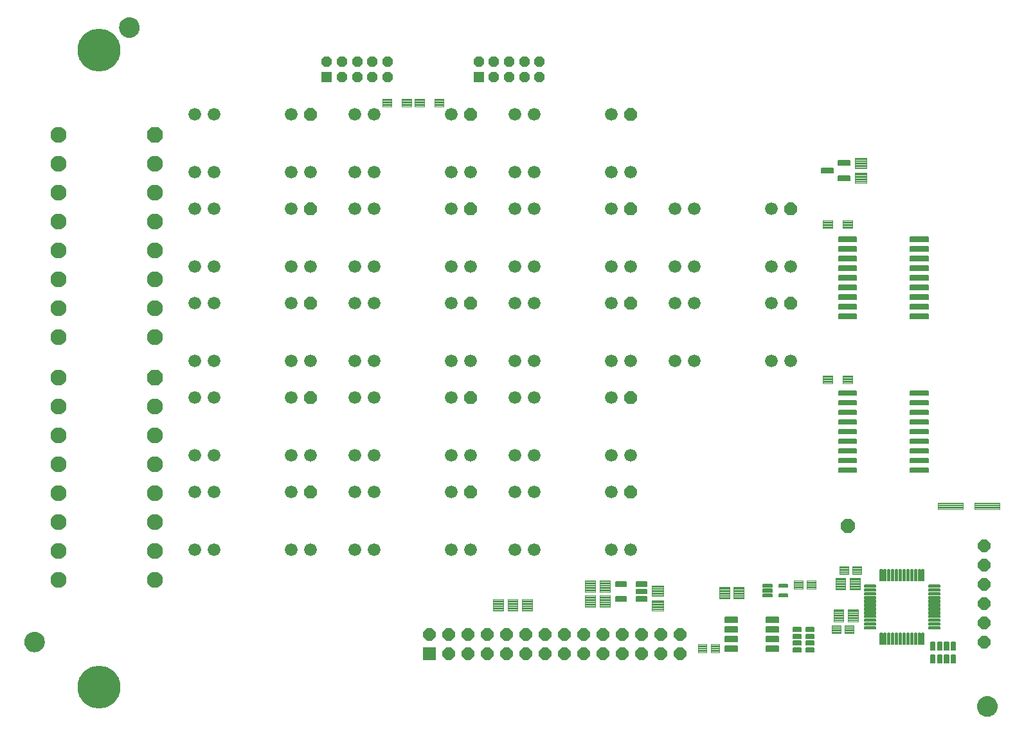
<source format=gts>
G75*
%MOIN*%
%OFA0B0*%
%FSLAX25Y25*%
%IPPOS*%
%LPD*%
%AMOC8*
5,1,8,0,0,1.08239X$1,22.5*
%
%ADD10C,0.13198*%
%ADD11OC8,0.06506*%
%ADD12R,0.06506X0.06506*%
%ADD13OC8,0.08277*%
%ADD14C,0.08277*%
%ADD15C,0.00454*%
%ADD16C,0.00504*%
%ADD17C,0.00504*%
%ADD18C,0.00457*%
%ADD19C,0.00594*%
%ADD20C,0.00514*%
%ADD21C,0.00468*%
%ADD22C,0.00580*%
%ADD23C,0.00500*%
%ADD24OC8,0.07096*%
%ADD25R,0.05324X0.05324*%
%ADD26OC8,0.05324*%
%ADD27OC8,0.06600*%
%ADD28C,0.06600*%
%ADD29C,0.22254*%
D10*
X0137995Y0050469D03*
X0137995Y0381177D03*
D11*
X0309333Y0078028D03*
X0319333Y0078028D03*
X0329333Y0078028D03*
X0339333Y0078028D03*
X0349333Y0078028D03*
X0359333Y0078028D03*
X0369333Y0078028D03*
X0379333Y0078028D03*
X0389333Y0078028D03*
X0399333Y0078028D03*
X0409333Y0078028D03*
X0419333Y0078028D03*
X0429333Y0078028D03*
X0439333Y0078028D03*
X0439333Y0068028D03*
X0429333Y0068028D03*
X0419333Y0068028D03*
X0409333Y0068028D03*
X0399333Y0068028D03*
X0389333Y0068028D03*
X0379333Y0068028D03*
X0369333Y0068028D03*
X0359333Y0068028D03*
X0349333Y0068028D03*
X0339333Y0068028D03*
X0329333Y0068028D03*
X0319333Y0068028D03*
X0596938Y0074065D03*
X0596938Y0084065D03*
X0596938Y0094065D03*
X0596938Y0104065D03*
X0596938Y0114065D03*
X0596938Y0124065D03*
D12*
X0309333Y0068028D03*
D13*
X0166932Y0211236D03*
X0166932Y0337220D03*
D14*
X0166932Y0322220D03*
X0166932Y0307220D03*
X0166932Y0292220D03*
X0166932Y0277220D03*
X0166932Y0262220D03*
X0166932Y0247220D03*
X0166932Y0232220D03*
X0166932Y0196236D03*
X0166932Y0181236D03*
X0166932Y0166236D03*
X0166932Y0151236D03*
X0166932Y0136236D03*
X0166932Y0121236D03*
X0166932Y0106236D03*
X0116932Y0106236D03*
X0116932Y0121236D03*
X0116932Y0136236D03*
X0116932Y0151236D03*
X0116932Y0166236D03*
X0116932Y0181236D03*
X0116932Y0196236D03*
X0116932Y0211236D03*
X0116932Y0232220D03*
X0116932Y0247220D03*
X0116932Y0262220D03*
X0116932Y0277220D03*
X0116932Y0292220D03*
X0116932Y0307220D03*
X0116932Y0322220D03*
X0116932Y0337220D03*
D15*
X0284885Y0356106D02*
X0289755Y0356106D01*
X0289755Y0352024D01*
X0284885Y0352024D01*
X0284885Y0356106D01*
X0284885Y0352477D02*
X0289755Y0352477D01*
X0289755Y0352930D02*
X0284885Y0352930D01*
X0284885Y0353383D02*
X0289755Y0353383D01*
X0289755Y0353836D02*
X0284885Y0353836D01*
X0284885Y0354289D02*
X0289755Y0354289D01*
X0289755Y0354742D02*
X0284885Y0354742D01*
X0284885Y0355195D02*
X0289755Y0355195D01*
X0289755Y0355648D02*
X0284885Y0355648D01*
X0284885Y0356101D02*
X0289755Y0356101D01*
X0295121Y0356106D02*
X0299991Y0356106D01*
X0299991Y0352024D01*
X0295121Y0352024D01*
X0295121Y0356106D01*
X0295121Y0352477D02*
X0299991Y0352477D01*
X0299991Y0352930D02*
X0295121Y0352930D01*
X0295121Y0353383D02*
X0299991Y0353383D01*
X0299991Y0353836D02*
X0295121Y0353836D01*
X0295121Y0354289D02*
X0299991Y0354289D01*
X0299991Y0354742D02*
X0295121Y0354742D01*
X0295121Y0355195D02*
X0299991Y0355195D01*
X0299991Y0355648D02*
X0295121Y0355648D01*
X0295121Y0356101D02*
X0299991Y0356101D01*
X0301635Y0352024D02*
X0306505Y0352024D01*
X0301635Y0352024D02*
X0301635Y0356106D01*
X0306505Y0356106D01*
X0306505Y0352024D01*
X0306505Y0352477D02*
X0301635Y0352477D01*
X0301635Y0352930D02*
X0306505Y0352930D01*
X0306505Y0353383D02*
X0301635Y0353383D01*
X0301635Y0353836D02*
X0306505Y0353836D01*
X0306505Y0354289D02*
X0301635Y0354289D01*
X0301635Y0354742D02*
X0306505Y0354742D01*
X0306505Y0355195D02*
X0301635Y0355195D01*
X0301635Y0355648D02*
X0306505Y0355648D01*
X0306505Y0356101D02*
X0301635Y0356101D01*
X0311871Y0352024D02*
X0316741Y0352024D01*
X0311871Y0352024D02*
X0311871Y0356106D01*
X0316741Y0356106D01*
X0316741Y0352024D01*
X0316741Y0352477D02*
X0311871Y0352477D01*
X0311871Y0352930D02*
X0316741Y0352930D01*
X0316741Y0353383D02*
X0311871Y0353383D01*
X0311871Y0353836D02*
X0316741Y0353836D01*
X0316741Y0354289D02*
X0311871Y0354289D01*
X0311871Y0354742D02*
X0316741Y0354742D01*
X0316741Y0355195D02*
X0311871Y0355195D01*
X0311871Y0355648D02*
X0316741Y0355648D01*
X0316741Y0356101D02*
X0311871Y0356101D01*
X0513385Y0288824D02*
X0518255Y0288824D01*
X0513385Y0288824D02*
X0513385Y0292906D01*
X0518255Y0292906D01*
X0518255Y0288824D01*
X0518255Y0289277D02*
X0513385Y0289277D01*
X0513385Y0289730D02*
X0518255Y0289730D01*
X0518255Y0290183D02*
X0513385Y0290183D01*
X0513385Y0290636D02*
X0518255Y0290636D01*
X0518255Y0291089D02*
X0513385Y0291089D01*
X0513385Y0291542D02*
X0518255Y0291542D01*
X0518255Y0291995D02*
X0513385Y0291995D01*
X0513385Y0292448D02*
X0518255Y0292448D01*
X0518255Y0292901D02*
X0513385Y0292901D01*
X0523621Y0288824D02*
X0528491Y0288824D01*
X0523621Y0288824D02*
X0523621Y0292906D01*
X0528491Y0292906D01*
X0528491Y0288824D01*
X0528491Y0289277D02*
X0523621Y0289277D01*
X0523621Y0289730D02*
X0528491Y0289730D01*
X0528491Y0290183D02*
X0523621Y0290183D01*
X0523621Y0290636D02*
X0528491Y0290636D01*
X0528491Y0291089D02*
X0523621Y0291089D01*
X0523621Y0291542D02*
X0528491Y0291542D01*
X0528491Y0291995D02*
X0523621Y0291995D01*
X0523621Y0292448D02*
X0528491Y0292448D01*
X0528491Y0292901D02*
X0523621Y0292901D01*
X0523621Y0208374D02*
X0528491Y0208374D01*
X0523621Y0208374D02*
X0523621Y0212456D01*
X0528491Y0212456D01*
X0528491Y0208374D01*
X0528491Y0208827D02*
X0523621Y0208827D01*
X0523621Y0209280D02*
X0528491Y0209280D01*
X0528491Y0209733D02*
X0523621Y0209733D01*
X0523621Y0210186D02*
X0528491Y0210186D01*
X0528491Y0210639D02*
X0523621Y0210639D01*
X0523621Y0211092D02*
X0528491Y0211092D01*
X0528491Y0211545D02*
X0523621Y0211545D01*
X0523621Y0211998D02*
X0528491Y0211998D01*
X0528491Y0212451D02*
X0523621Y0212451D01*
X0518255Y0208374D02*
X0513385Y0208374D01*
X0513385Y0212456D01*
X0518255Y0212456D01*
X0518255Y0208374D01*
X0518255Y0208827D02*
X0513385Y0208827D01*
X0513385Y0209280D02*
X0518255Y0209280D01*
X0518255Y0209733D02*
X0513385Y0209733D01*
X0513385Y0210186D02*
X0518255Y0210186D01*
X0518255Y0210639D02*
X0513385Y0210639D01*
X0513385Y0211092D02*
X0518255Y0211092D01*
X0518255Y0211545D02*
X0513385Y0211545D01*
X0513385Y0211998D02*
X0518255Y0211998D01*
X0518255Y0212451D02*
X0513385Y0212451D01*
X0522103Y0109324D02*
X0526579Y0109324D01*
X0522103Y0109324D02*
X0522103Y0113406D01*
X0526579Y0113406D01*
X0526579Y0109324D01*
X0526579Y0109777D02*
X0522103Y0109777D01*
X0522103Y0110230D02*
X0526579Y0110230D01*
X0526579Y0110683D02*
X0522103Y0110683D01*
X0522103Y0111136D02*
X0526579Y0111136D01*
X0526579Y0111589D02*
X0522103Y0111589D01*
X0522103Y0112042D02*
X0526579Y0112042D01*
X0526579Y0112495D02*
X0522103Y0112495D01*
X0522103Y0112948D02*
X0526579Y0112948D01*
X0526579Y0113401D02*
X0522103Y0113401D01*
X0528796Y0109324D02*
X0533272Y0109324D01*
X0528796Y0109324D02*
X0528796Y0113406D01*
X0533272Y0113406D01*
X0533272Y0109324D01*
X0533272Y0109777D02*
X0528796Y0109777D01*
X0528796Y0110230D02*
X0533272Y0110230D01*
X0533272Y0110683D02*
X0528796Y0110683D01*
X0528796Y0111136D02*
X0533272Y0111136D01*
X0533272Y0111589D02*
X0528796Y0111589D01*
X0528796Y0112042D02*
X0533272Y0112042D01*
X0533272Y0112495D02*
X0528796Y0112495D01*
X0528796Y0112948D02*
X0533272Y0112948D01*
X0533272Y0113401D02*
X0528796Y0113401D01*
X0509522Y0101774D02*
X0505046Y0101774D01*
X0505046Y0105856D01*
X0509522Y0105856D01*
X0509522Y0101774D01*
X0509522Y0102227D02*
X0505046Y0102227D01*
X0505046Y0102680D02*
X0509522Y0102680D01*
X0509522Y0103133D02*
X0505046Y0103133D01*
X0505046Y0103586D02*
X0509522Y0103586D01*
X0509522Y0104039D02*
X0505046Y0104039D01*
X0505046Y0104492D02*
X0509522Y0104492D01*
X0509522Y0104945D02*
X0505046Y0104945D01*
X0505046Y0105398D02*
X0509522Y0105398D01*
X0509522Y0105851D02*
X0505046Y0105851D01*
X0502829Y0101774D02*
X0498353Y0101774D01*
X0498353Y0105856D01*
X0502829Y0105856D01*
X0502829Y0101774D01*
X0502829Y0102227D02*
X0498353Y0102227D01*
X0498353Y0102680D02*
X0502829Y0102680D01*
X0502829Y0103133D02*
X0498353Y0103133D01*
X0498353Y0103586D02*
X0502829Y0103586D01*
X0502829Y0104039D02*
X0498353Y0104039D01*
X0498353Y0104492D02*
X0502829Y0104492D01*
X0502829Y0104945D02*
X0498353Y0104945D01*
X0498353Y0105398D02*
X0502829Y0105398D01*
X0502829Y0105851D02*
X0498353Y0105851D01*
X0518103Y0082606D02*
X0522579Y0082606D01*
X0522579Y0078524D01*
X0518103Y0078524D01*
X0518103Y0082606D01*
X0518103Y0078977D02*
X0522579Y0078977D01*
X0522579Y0079430D02*
X0518103Y0079430D01*
X0518103Y0079883D02*
X0522579Y0079883D01*
X0522579Y0080336D02*
X0518103Y0080336D01*
X0518103Y0080789D02*
X0522579Y0080789D01*
X0522579Y0081242D02*
X0518103Y0081242D01*
X0518103Y0081695D02*
X0522579Y0081695D01*
X0522579Y0082148D02*
X0518103Y0082148D01*
X0518103Y0082601D02*
X0522579Y0082601D01*
X0524796Y0082606D02*
X0529272Y0082606D01*
X0529272Y0078524D01*
X0524796Y0078524D01*
X0524796Y0082606D01*
X0524796Y0078977D02*
X0529272Y0078977D01*
X0529272Y0079430D02*
X0524796Y0079430D01*
X0524796Y0079883D02*
X0529272Y0079883D01*
X0529272Y0080336D02*
X0524796Y0080336D01*
X0524796Y0080789D02*
X0529272Y0080789D01*
X0529272Y0081242D02*
X0524796Y0081242D01*
X0524796Y0081695D02*
X0529272Y0081695D01*
X0529272Y0082148D02*
X0524796Y0082148D01*
X0524796Y0082601D02*
X0529272Y0082601D01*
X0459772Y0068774D02*
X0455296Y0068774D01*
X0455296Y0072856D01*
X0459772Y0072856D01*
X0459772Y0068774D01*
X0459772Y0069227D02*
X0455296Y0069227D01*
X0455296Y0069680D02*
X0459772Y0069680D01*
X0459772Y0070133D02*
X0455296Y0070133D01*
X0455296Y0070586D02*
X0459772Y0070586D01*
X0459772Y0071039D02*
X0455296Y0071039D01*
X0455296Y0071492D02*
X0459772Y0071492D01*
X0459772Y0071945D02*
X0455296Y0071945D01*
X0455296Y0072398D02*
X0459772Y0072398D01*
X0459772Y0072851D02*
X0455296Y0072851D01*
X0453079Y0068774D02*
X0448603Y0068774D01*
X0448603Y0072856D01*
X0453079Y0072856D01*
X0453079Y0068774D01*
X0453079Y0069227D02*
X0448603Y0069227D01*
X0448603Y0069680D02*
X0453079Y0069680D01*
X0453079Y0070133D02*
X0448603Y0070133D01*
X0448603Y0070586D02*
X0453079Y0070586D01*
X0453079Y0071039D02*
X0448603Y0071039D01*
X0448603Y0071492D02*
X0453079Y0071492D01*
X0453079Y0071945D02*
X0448603Y0071945D01*
X0448603Y0072398D02*
X0453079Y0072398D01*
X0453079Y0072851D02*
X0448603Y0072851D01*
D16*
X0462709Y0071814D02*
X0468907Y0071814D01*
X0468907Y0069356D01*
X0462709Y0069356D01*
X0462709Y0071814D01*
X0462709Y0069859D02*
X0468907Y0069859D01*
X0468907Y0070362D02*
X0462709Y0070362D01*
X0462709Y0070865D02*
X0468907Y0070865D01*
X0468907Y0071368D02*
X0462709Y0071368D01*
X0462709Y0076814D02*
X0468907Y0076814D01*
X0468907Y0074356D01*
X0462709Y0074356D01*
X0462709Y0076814D01*
X0462709Y0074859D02*
X0468907Y0074859D01*
X0468907Y0075362D02*
X0462709Y0075362D01*
X0462709Y0075865D02*
X0468907Y0075865D01*
X0468907Y0076368D02*
X0462709Y0076368D01*
X0462709Y0081814D02*
X0468907Y0081814D01*
X0468907Y0079356D01*
X0462709Y0079356D01*
X0462709Y0081814D01*
X0462709Y0079859D02*
X0468907Y0079859D01*
X0468907Y0080362D02*
X0462709Y0080362D01*
X0462709Y0080865D02*
X0468907Y0080865D01*
X0468907Y0081368D02*
X0462709Y0081368D01*
X0462709Y0086814D02*
X0468907Y0086814D01*
X0468907Y0084356D01*
X0462709Y0084356D01*
X0462709Y0086814D01*
X0462709Y0084859D02*
X0468907Y0084859D01*
X0468907Y0085362D02*
X0462709Y0085362D01*
X0462709Y0085865D02*
X0468907Y0085865D01*
X0468907Y0086368D02*
X0462709Y0086368D01*
X0483969Y0086814D02*
X0490167Y0086814D01*
X0490167Y0084356D01*
X0483969Y0084356D01*
X0483969Y0086814D01*
X0483969Y0084859D02*
X0490167Y0084859D01*
X0490167Y0085362D02*
X0483969Y0085362D01*
X0483969Y0085865D02*
X0490167Y0085865D01*
X0490167Y0086368D02*
X0483969Y0086368D01*
X0483969Y0081814D02*
X0490167Y0081814D01*
X0490167Y0079356D01*
X0483969Y0079356D01*
X0483969Y0081814D01*
X0483969Y0079859D02*
X0490167Y0079859D01*
X0490167Y0080362D02*
X0483969Y0080362D01*
X0483969Y0080865D02*
X0490167Y0080865D01*
X0490167Y0081368D02*
X0483969Y0081368D01*
X0483969Y0076814D02*
X0490167Y0076814D01*
X0490167Y0074356D01*
X0483969Y0074356D01*
X0483969Y0076814D01*
X0483969Y0074859D02*
X0490167Y0074859D01*
X0490167Y0075362D02*
X0483969Y0075362D01*
X0483969Y0075865D02*
X0490167Y0075865D01*
X0490167Y0076368D02*
X0483969Y0076368D01*
X0483969Y0071814D02*
X0490167Y0071814D01*
X0490167Y0069356D01*
X0483969Y0069356D01*
X0483969Y0071814D01*
X0483969Y0069859D02*
X0490167Y0069859D01*
X0490167Y0070362D02*
X0483969Y0070362D01*
X0483969Y0070865D02*
X0490167Y0070865D01*
X0490167Y0071368D02*
X0483969Y0071368D01*
D17*
X0421986Y0097763D02*
X0416690Y0097763D01*
X0421986Y0097763D02*
X0421986Y0095467D01*
X0416690Y0095467D01*
X0416690Y0097763D01*
X0416690Y0095970D02*
X0421986Y0095970D01*
X0421986Y0096473D02*
X0416690Y0096473D01*
X0416690Y0096976D02*
X0421986Y0096976D01*
X0421986Y0097479D02*
X0416690Y0097479D01*
X0416690Y0101463D02*
X0421986Y0101463D01*
X0421986Y0099167D01*
X0416690Y0099167D01*
X0416690Y0101463D01*
X0416690Y0099670D02*
X0421986Y0099670D01*
X0421986Y0100173D02*
X0416690Y0100173D01*
X0416690Y0100676D02*
X0421986Y0100676D01*
X0421986Y0101179D02*
X0416690Y0101179D01*
X0416690Y0105163D02*
X0421986Y0105163D01*
X0421986Y0102867D01*
X0416690Y0102867D01*
X0416690Y0105163D01*
X0416690Y0103370D02*
X0421986Y0103370D01*
X0421986Y0103873D02*
X0416690Y0103873D01*
X0416690Y0104376D02*
X0421986Y0104376D01*
X0421986Y0104879D02*
X0416690Y0104879D01*
X0411186Y0105163D02*
X0405890Y0105163D01*
X0411186Y0105163D02*
X0411186Y0102867D01*
X0405890Y0102867D01*
X0405890Y0105163D01*
X0405890Y0103370D02*
X0411186Y0103370D01*
X0411186Y0103873D02*
X0405890Y0103873D01*
X0405890Y0104376D02*
X0411186Y0104376D01*
X0411186Y0104879D02*
X0405890Y0104879D01*
X0405890Y0097763D02*
X0411186Y0097763D01*
X0411186Y0095467D01*
X0405890Y0095467D01*
X0405890Y0097763D01*
X0405890Y0095970D02*
X0411186Y0095970D01*
X0411186Y0096473D02*
X0405890Y0096473D01*
X0405890Y0096976D02*
X0411186Y0096976D01*
X0411186Y0097479D02*
X0405890Y0097479D01*
X0521490Y0164463D02*
X0530586Y0164463D01*
X0530586Y0162167D01*
X0521490Y0162167D01*
X0521490Y0164463D01*
X0521490Y0162670D02*
X0530586Y0162670D01*
X0530586Y0163173D02*
X0521490Y0163173D01*
X0521490Y0163676D02*
X0530586Y0163676D01*
X0530586Y0164179D02*
X0521490Y0164179D01*
X0521490Y0169463D02*
X0530586Y0169463D01*
X0530586Y0167167D01*
X0521490Y0167167D01*
X0521490Y0169463D01*
X0521490Y0167670D02*
X0530586Y0167670D01*
X0530586Y0168173D02*
X0521490Y0168173D01*
X0521490Y0168676D02*
X0530586Y0168676D01*
X0530586Y0169179D02*
X0521490Y0169179D01*
X0521490Y0174463D02*
X0530586Y0174463D01*
X0530586Y0172167D01*
X0521490Y0172167D01*
X0521490Y0174463D01*
X0521490Y0172670D02*
X0530586Y0172670D01*
X0530586Y0173173D02*
X0521490Y0173173D01*
X0521490Y0173676D02*
X0530586Y0173676D01*
X0530586Y0174179D02*
X0521490Y0174179D01*
X0521490Y0179463D02*
X0530586Y0179463D01*
X0530586Y0177167D01*
X0521490Y0177167D01*
X0521490Y0179463D01*
X0521490Y0177670D02*
X0530586Y0177670D01*
X0530586Y0178173D02*
X0521490Y0178173D01*
X0521490Y0178676D02*
X0530586Y0178676D01*
X0530586Y0179179D02*
X0521490Y0179179D01*
X0521490Y0184463D02*
X0530586Y0184463D01*
X0530586Y0182167D01*
X0521490Y0182167D01*
X0521490Y0184463D01*
X0521490Y0182670D02*
X0530586Y0182670D01*
X0530586Y0183173D02*
X0521490Y0183173D01*
X0521490Y0183676D02*
X0530586Y0183676D01*
X0530586Y0184179D02*
X0521490Y0184179D01*
X0521490Y0189463D02*
X0530586Y0189463D01*
X0530586Y0187167D01*
X0521490Y0187167D01*
X0521490Y0189463D01*
X0521490Y0187670D02*
X0530586Y0187670D01*
X0530586Y0188173D02*
X0521490Y0188173D01*
X0521490Y0188676D02*
X0530586Y0188676D01*
X0530586Y0189179D02*
X0521490Y0189179D01*
X0521490Y0194463D02*
X0530586Y0194463D01*
X0530586Y0192167D01*
X0521490Y0192167D01*
X0521490Y0194463D01*
X0521490Y0192670D02*
X0530586Y0192670D01*
X0530586Y0193173D02*
X0521490Y0193173D01*
X0521490Y0193676D02*
X0530586Y0193676D01*
X0530586Y0194179D02*
X0521490Y0194179D01*
X0521490Y0199463D02*
X0530586Y0199463D01*
X0530586Y0197167D01*
X0521490Y0197167D01*
X0521490Y0199463D01*
X0521490Y0197670D02*
X0530586Y0197670D01*
X0530586Y0198173D02*
X0521490Y0198173D01*
X0521490Y0198676D02*
X0530586Y0198676D01*
X0530586Y0199179D02*
X0521490Y0199179D01*
X0521490Y0204463D02*
X0530586Y0204463D01*
X0530586Y0202167D01*
X0521490Y0202167D01*
X0521490Y0204463D01*
X0521490Y0202670D02*
X0530586Y0202670D01*
X0530586Y0203173D02*
X0521490Y0203173D01*
X0521490Y0203676D02*
X0530586Y0203676D01*
X0530586Y0204179D02*
X0521490Y0204179D01*
X0558790Y0204463D02*
X0567886Y0204463D01*
X0567886Y0202167D01*
X0558790Y0202167D01*
X0558790Y0204463D01*
X0558790Y0202670D02*
X0567886Y0202670D01*
X0567886Y0203173D02*
X0558790Y0203173D01*
X0558790Y0203676D02*
X0567886Y0203676D01*
X0567886Y0204179D02*
X0558790Y0204179D01*
X0558790Y0199463D02*
X0567886Y0199463D01*
X0567886Y0197167D01*
X0558790Y0197167D01*
X0558790Y0199463D01*
X0558790Y0197670D02*
X0567886Y0197670D01*
X0567886Y0198173D02*
X0558790Y0198173D01*
X0558790Y0198676D02*
X0567886Y0198676D01*
X0567886Y0199179D02*
X0558790Y0199179D01*
X0558790Y0194463D02*
X0567886Y0194463D01*
X0567886Y0192167D01*
X0558790Y0192167D01*
X0558790Y0194463D01*
X0558790Y0192670D02*
X0567886Y0192670D01*
X0567886Y0193173D02*
X0558790Y0193173D01*
X0558790Y0193676D02*
X0567886Y0193676D01*
X0567886Y0194179D02*
X0558790Y0194179D01*
X0558790Y0189463D02*
X0567886Y0189463D01*
X0567886Y0187167D01*
X0558790Y0187167D01*
X0558790Y0189463D01*
X0558790Y0187670D02*
X0567886Y0187670D01*
X0567886Y0188173D02*
X0558790Y0188173D01*
X0558790Y0188676D02*
X0567886Y0188676D01*
X0567886Y0189179D02*
X0558790Y0189179D01*
X0558790Y0184463D02*
X0567886Y0184463D01*
X0567886Y0182167D01*
X0558790Y0182167D01*
X0558790Y0184463D01*
X0558790Y0182670D02*
X0567886Y0182670D01*
X0567886Y0183173D02*
X0558790Y0183173D01*
X0558790Y0183676D02*
X0567886Y0183676D01*
X0567886Y0184179D02*
X0558790Y0184179D01*
X0558790Y0179463D02*
X0567886Y0179463D01*
X0567886Y0177167D01*
X0558790Y0177167D01*
X0558790Y0179463D01*
X0558790Y0177670D02*
X0567886Y0177670D01*
X0567886Y0178173D02*
X0558790Y0178173D01*
X0558790Y0178676D02*
X0567886Y0178676D01*
X0567886Y0179179D02*
X0558790Y0179179D01*
X0558790Y0174463D02*
X0567886Y0174463D01*
X0567886Y0172167D01*
X0558790Y0172167D01*
X0558790Y0174463D01*
X0558790Y0172670D02*
X0567886Y0172670D01*
X0567886Y0173173D02*
X0558790Y0173173D01*
X0558790Y0173676D02*
X0567886Y0173676D01*
X0567886Y0174179D02*
X0558790Y0174179D01*
X0558790Y0169463D02*
X0567886Y0169463D01*
X0567886Y0167167D01*
X0558790Y0167167D01*
X0558790Y0169463D01*
X0558790Y0167670D02*
X0567886Y0167670D01*
X0567886Y0168173D02*
X0558790Y0168173D01*
X0558790Y0168676D02*
X0567886Y0168676D01*
X0567886Y0169179D02*
X0558790Y0169179D01*
X0558790Y0164463D02*
X0567886Y0164463D01*
X0567886Y0162167D01*
X0558790Y0162167D01*
X0558790Y0164463D01*
X0558790Y0162670D02*
X0567886Y0162670D01*
X0567886Y0163173D02*
X0558790Y0163173D01*
X0558790Y0163676D02*
X0567886Y0163676D01*
X0567886Y0164179D02*
X0558790Y0164179D01*
X0558790Y0244213D02*
X0567886Y0244213D01*
X0567886Y0241917D01*
X0558790Y0241917D01*
X0558790Y0244213D01*
X0558790Y0242420D02*
X0567886Y0242420D01*
X0567886Y0242923D02*
X0558790Y0242923D01*
X0558790Y0243426D02*
X0567886Y0243426D01*
X0567886Y0243929D02*
X0558790Y0243929D01*
X0558790Y0249213D02*
X0567886Y0249213D01*
X0567886Y0246917D01*
X0558790Y0246917D01*
X0558790Y0249213D01*
X0558790Y0247420D02*
X0567886Y0247420D01*
X0567886Y0247923D02*
X0558790Y0247923D01*
X0558790Y0248426D02*
X0567886Y0248426D01*
X0567886Y0248929D02*
X0558790Y0248929D01*
X0558790Y0254213D02*
X0567886Y0254213D01*
X0567886Y0251917D01*
X0558790Y0251917D01*
X0558790Y0254213D01*
X0558790Y0252420D02*
X0567886Y0252420D01*
X0567886Y0252923D02*
X0558790Y0252923D01*
X0558790Y0253426D02*
X0567886Y0253426D01*
X0567886Y0253929D02*
X0558790Y0253929D01*
X0558790Y0259213D02*
X0567886Y0259213D01*
X0567886Y0256917D01*
X0558790Y0256917D01*
X0558790Y0259213D01*
X0558790Y0257420D02*
X0567886Y0257420D01*
X0567886Y0257923D02*
X0558790Y0257923D01*
X0558790Y0258426D02*
X0567886Y0258426D01*
X0567886Y0258929D02*
X0558790Y0258929D01*
X0558790Y0264213D02*
X0567886Y0264213D01*
X0567886Y0261917D01*
X0558790Y0261917D01*
X0558790Y0264213D01*
X0558790Y0262420D02*
X0567886Y0262420D01*
X0567886Y0262923D02*
X0558790Y0262923D01*
X0558790Y0263426D02*
X0567886Y0263426D01*
X0567886Y0263929D02*
X0558790Y0263929D01*
X0558790Y0269213D02*
X0567886Y0269213D01*
X0567886Y0266917D01*
X0558790Y0266917D01*
X0558790Y0269213D01*
X0558790Y0267420D02*
X0567886Y0267420D01*
X0567886Y0267923D02*
X0558790Y0267923D01*
X0558790Y0268426D02*
X0567886Y0268426D01*
X0567886Y0268929D02*
X0558790Y0268929D01*
X0558790Y0274213D02*
X0567886Y0274213D01*
X0567886Y0271917D01*
X0558790Y0271917D01*
X0558790Y0274213D01*
X0558790Y0272420D02*
X0567886Y0272420D01*
X0567886Y0272923D02*
X0558790Y0272923D01*
X0558790Y0273426D02*
X0567886Y0273426D01*
X0567886Y0273929D02*
X0558790Y0273929D01*
X0558790Y0279213D02*
X0567886Y0279213D01*
X0567886Y0276917D01*
X0558790Y0276917D01*
X0558790Y0279213D01*
X0558790Y0277420D02*
X0567886Y0277420D01*
X0567886Y0277923D02*
X0558790Y0277923D01*
X0558790Y0278426D02*
X0567886Y0278426D01*
X0567886Y0278929D02*
X0558790Y0278929D01*
X0558790Y0284213D02*
X0567886Y0284213D01*
X0567886Y0281917D01*
X0558790Y0281917D01*
X0558790Y0284213D01*
X0558790Y0282420D02*
X0567886Y0282420D01*
X0567886Y0282923D02*
X0558790Y0282923D01*
X0558790Y0283426D02*
X0567886Y0283426D01*
X0567886Y0283929D02*
X0558790Y0283929D01*
X0530586Y0284213D02*
X0521490Y0284213D01*
X0530586Y0284213D02*
X0530586Y0281917D01*
X0521490Y0281917D01*
X0521490Y0284213D01*
X0521490Y0282420D02*
X0530586Y0282420D01*
X0530586Y0282923D02*
X0521490Y0282923D01*
X0521490Y0283426D02*
X0530586Y0283426D01*
X0530586Y0283929D02*
X0521490Y0283929D01*
X0521490Y0279213D02*
X0530586Y0279213D01*
X0530586Y0276917D01*
X0521490Y0276917D01*
X0521490Y0279213D01*
X0521490Y0277420D02*
X0530586Y0277420D01*
X0530586Y0277923D02*
X0521490Y0277923D01*
X0521490Y0278426D02*
X0530586Y0278426D01*
X0530586Y0278929D02*
X0521490Y0278929D01*
X0521490Y0274213D02*
X0530586Y0274213D01*
X0530586Y0271917D01*
X0521490Y0271917D01*
X0521490Y0274213D01*
X0521490Y0272420D02*
X0530586Y0272420D01*
X0530586Y0272923D02*
X0521490Y0272923D01*
X0521490Y0273426D02*
X0530586Y0273426D01*
X0530586Y0273929D02*
X0521490Y0273929D01*
X0521490Y0269213D02*
X0530586Y0269213D01*
X0530586Y0266917D01*
X0521490Y0266917D01*
X0521490Y0269213D01*
X0521490Y0267420D02*
X0530586Y0267420D01*
X0530586Y0267923D02*
X0521490Y0267923D01*
X0521490Y0268426D02*
X0530586Y0268426D01*
X0530586Y0268929D02*
X0521490Y0268929D01*
X0521490Y0264213D02*
X0530586Y0264213D01*
X0530586Y0261917D01*
X0521490Y0261917D01*
X0521490Y0264213D01*
X0521490Y0262420D02*
X0530586Y0262420D01*
X0530586Y0262923D02*
X0521490Y0262923D01*
X0521490Y0263426D02*
X0530586Y0263426D01*
X0530586Y0263929D02*
X0521490Y0263929D01*
X0521490Y0259213D02*
X0530586Y0259213D01*
X0530586Y0256917D01*
X0521490Y0256917D01*
X0521490Y0259213D01*
X0521490Y0257420D02*
X0530586Y0257420D01*
X0530586Y0257923D02*
X0521490Y0257923D01*
X0521490Y0258426D02*
X0530586Y0258426D01*
X0530586Y0258929D02*
X0521490Y0258929D01*
X0521490Y0254213D02*
X0530586Y0254213D01*
X0530586Y0251917D01*
X0521490Y0251917D01*
X0521490Y0254213D01*
X0521490Y0252420D02*
X0530586Y0252420D01*
X0530586Y0252923D02*
X0521490Y0252923D01*
X0521490Y0253426D02*
X0530586Y0253426D01*
X0530586Y0253929D02*
X0521490Y0253929D01*
X0521490Y0249213D02*
X0530586Y0249213D01*
X0530586Y0246917D01*
X0521490Y0246917D01*
X0521490Y0249213D01*
X0521490Y0247420D02*
X0530586Y0247420D01*
X0530586Y0247923D02*
X0521490Y0247923D01*
X0521490Y0248426D02*
X0530586Y0248426D01*
X0530586Y0248929D02*
X0521490Y0248929D01*
X0521490Y0244213D02*
X0530586Y0244213D01*
X0530586Y0241917D01*
X0521490Y0241917D01*
X0521490Y0244213D01*
X0521490Y0242420D02*
X0530586Y0242420D01*
X0530586Y0242923D02*
X0521490Y0242923D01*
X0521490Y0243426D02*
X0530586Y0243426D01*
X0530586Y0243929D02*
X0521490Y0243929D01*
X0521140Y0315963D02*
X0527236Y0315963D01*
X0527236Y0313667D01*
X0521140Y0313667D01*
X0521140Y0315963D01*
X0521140Y0314170D02*
X0527236Y0314170D01*
X0527236Y0314673D02*
X0521140Y0314673D01*
X0521140Y0315176D02*
X0527236Y0315176D01*
X0527236Y0315679D02*
X0521140Y0315679D01*
X0518736Y0319963D02*
X0512640Y0319963D01*
X0518736Y0319963D02*
X0518736Y0317667D01*
X0512640Y0317667D01*
X0512640Y0319963D01*
X0512640Y0318170D02*
X0518736Y0318170D01*
X0518736Y0318673D02*
X0512640Y0318673D01*
X0512640Y0319176D02*
X0518736Y0319176D01*
X0518736Y0319679D02*
X0512640Y0319679D01*
X0521140Y0323963D02*
X0527236Y0323963D01*
X0527236Y0321667D01*
X0521140Y0321667D01*
X0521140Y0323963D01*
X0521140Y0322170D02*
X0527236Y0322170D01*
X0527236Y0322673D02*
X0521140Y0322673D01*
X0521140Y0323176D02*
X0527236Y0323176D01*
X0527236Y0323679D02*
X0521140Y0323679D01*
D18*
X0535963Y0325186D02*
X0535963Y0319924D01*
X0529913Y0319924D01*
X0529913Y0325186D01*
X0535963Y0325186D01*
X0535963Y0320380D02*
X0529913Y0320380D01*
X0529913Y0320836D02*
X0535963Y0320836D01*
X0535963Y0321292D02*
X0529913Y0321292D01*
X0529913Y0321748D02*
X0535963Y0321748D01*
X0535963Y0322204D02*
X0529913Y0322204D01*
X0529913Y0322660D02*
X0535963Y0322660D01*
X0535963Y0323116D02*
X0529913Y0323116D01*
X0529913Y0323572D02*
X0535963Y0323572D01*
X0535963Y0324028D02*
X0529913Y0324028D01*
X0529913Y0324484D02*
X0535963Y0324484D01*
X0535963Y0324940D02*
X0529913Y0324940D01*
X0535963Y0317706D02*
X0535963Y0312444D01*
X0529913Y0312444D01*
X0529913Y0317706D01*
X0535963Y0317706D01*
X0535963Y0312900D02*
X0529913Y0312900D01*
X0529913Y0313356D02*
X0535963Y0313356D01*
X0535963Y0313812D02*
X0529913Y0313812D01*
X0529913Y0314268D02*
X0535963Y0314268D01*
X0535963Y0314724D02*
X0529913Y0314724D01*
X0529913Y0315180D02*
X0535963Y0315180D01*
X0535963Y0315636D02*
X0529913Y0315636D01*
X0529913Y0316092D02*
X0535963Y0316092D01*
X0535963Y0316548D02*
X0529913Y0316548D01*
X0529913Y0317004D02*
X0535963Y0317004D01*
X0535963Y0317460D02*
X0529913Y0317460D01*
X0527297Y0107190D02*
X0532559Y0107190D01*
X0532559Y0101140D01*
X0527297Y0101140D01*
X0527297Y0107190D01*
X0527297Y0101596D02*
X0532559Y0101596D01*
X0532559Y0102052D02*
X0527297Y0102052D01*
X0527297Y0102508D02*
X0532559Y0102508D01*
X0532559Y0102964D02*
X0527297Y0102964D01*
X0527297Y0103420D02*
X0532559Y0103420D01*
X0532559Y0103876D02*
X0527297Y0103876D01*
X0527297Y0104332D02*
X0532559Y0104332D01*
X0532559Y0104788D02*
X0527297Y0104788D01*
X0527297Y0105244D02*
X0532559Y0105244D01*
X0532559Y0105700D02*
X0527297Y0105700D01*
X0527297Y0106156D02*
X0532559Y0106156D01*
X0532559Y0106612D02*
X0527297Y0106612D01*
X0527297Y0107068D02*
X0532559Y0107068D01*
X0525079Y0107190D02*
X0519817Y0107190D01*
X0525079Y0107190D02*
X0525079Y0101140D01*
X0519817Y0101140D01*
X0519817Y0107190D01*
X0519817Y0101596D02*
X0525079Y0101596D01*
X0525079Y0102052D02*
X0519817Y0102052D01*
X0519817Y0102508D02*
X0525079Y0102508D01*
X0525079Y0102964D02*
X0519817Y0102964D01*
X0519817Y0103420D02*
X0525079Y0103420D01*
X0525079Y0103876D02*
X0519817Y0103876D01*
X0519817Y0104332D02*
X0525079Y0104332D01*
X0525079Y0104788D02*
X0519817Y0104788D01*
X0519817Y0105244D02*
X0525079Y0105244D01*
X0525079Y0105700D02*
X0519817Y0105700D01*
X0519817Y0106156D02*
X0525079Y0106156D01*
X0525079Y0106612D02*
X0519817Y0106612D01*
X0519817Y0107068D02*
X0525079Y0107068D01*
X0524079Y0084790D02*
X0518817Y0084790D01*
X0518817Y0090840D01*
X0524079Y0090840D01*
X0524079Y0084790D01*
X0524079Y0085246D02*
X0518817Y0085246D01*
X0518817Y0085702D02*
X0524079Y0085702D01*
X0524079Y0086158D02*
X0518817Y0086158D01*
X0518817Y0086614D02*
X0524079Y0086614D01*
X0524079Y0087070D02*
X0518817Y0087070D01*
X0518817Y0087526D02*
X0524079Y0087526D01*
X0524079Y0087982D02*
X0518817Y0087982D01*
X0518817Y0088438D02*
X0524079Y0088438D01*
X0524079Y0088894D02*
X0518817Y0088894D01*
X0518817Y0089350D02*
X0524079Y0089350D01*
X0524079Y0089806D02*
X0518817Y0089806D01*
X0518817Y0090262D02*
X0524079Y0090262D01*
X0524079Y0090718D02*
X0518817Y0090718D01*
X0526297Y0084790D02*
X0531559Y0084790D01*
X0526297Y0084790D02*
X0526297Y0090840D01*
X0531559Y0090840D01*
X0531559Y0084790D01*
X0531559Y0085246D02*
X0526297Y0085246D01*
X0526297Y0085702D02*
X0531559Y0085702D01*
X0531559Y0086158D02*
X0526297Y0086158D01*
X0526297Y0086614D02*
X0531559Y0086614D01*
X0531559Y0087070D02*
X0526297Y0087070D01*
X0526297Y0087526D02*
X0531559Y0087526D01*
X0531559Y0087982D02*
X0526297Y0087982D01*
X0526297Y0088438D02*
X0531559Y0088438D01*
X0531559Y0088894D02*
X0526297Y0088894D01*
X0526297Y0089350D02*
X0531559Y0089350D01*
X0531559Y0089806D02*
X0526297Y0089806D01*
X0526297Y0090262D02*
X0531559Y0090262D01*
X0531559Y0090718D02*
X0526297Y0090718D01*
X0472309Y0096540D02*
X0467047Y0096540D01*
X0467047Y0102590D01*
X0472309Y0102590D01*
X0472309Y0096540D01*
X0472309Y0096996D02*
X0467047Y0096996D01*
X0467047Y0097452D02*
X0472309Y0097452D01*
X0472309Y0097908D02*
X0467047Y0097908D01*
X0467047Y0098364D02*
X0472309Y0098364D01*
X0472309Y0098820D02*
X0467047Y0098820D01*
X0467047Y0099276D02*
X0472309Y0099276D01*
X0472309Y0099732D02*
X0467047Y0099732D01*
X0467047Y0100188D02*
X0472309Y0100188D01*
X0472309Y0100644D02*
X0467047Y0100644D01*
X0467047Y0101100D02*
X0472309Y0101100D01*
X0472309Y0101556D02*
X0467047Y0101556D01*
X0467047Y0102012D02*
X0472309Y0102012D01*
X0472309Y0102468D02*
X0467047Y0102468D01*
X0464829Y0096540D02*
X0459567Y0096540D01*
X0459567Y0102590D01*
X0464829Y0102590D01*
X0464829Y0096540D01*
X0464829Y0096996D02*
X0459567Y0096996D01*
X0459567Y0097452D02*
X0464829Y0097452D01*
X0464829Y0097908D02*
X0459567Y0097908D01*
X0459567Y0098364D02*
X0464829Y0098364D01*
X0464829Y0098820D02*
X0459567Y0098820D01*
X0459567Y0099276D02*
X0464829Y0099276D01*
X0464829Y0099732D02*
X0459567Y0099732D01*
X0459567Y0100188D02*
X0464829Y0100188D01*
X0464829Y0100644D02*
X0459567Y0100644D01*
X0459567Y0101100D02*
X0464829Y0101100D01*
X0464829Y0101556D02*
X0459567Y0101556D01*
X0459567Y0102012D02*
X0464829Y0102012D01*
X0464829Y0102468D02*
X0459567Y0102468D01*
X0424663Y0103186D02*
X0424663Y0097924D01*
X0424663Y0103186D02*
X0430713Y0103186D01*
X0430713Y0097924D01*
X0424663Y0097924D01*
X0424663Y0098380D02*
X0430713Y0098380D01*
X0430713Y0098836D02*
X0424663Y0098836D01*
X0424663Y0099292D02*
X0430713Y0099292D01*
X0430713Y0099748D02*
X0424663Y0099748D01*
X0424663Y0100204D02*
X0430713Y0100204D01*
X0430713Y0100660D02*
X0424663Y0100660D01*
X0424663Y0101116D02*
X0430713Y0101116D01*
X0430713Y0101572D02*
X0424663Y0101572D01*
X0424663Y0102028D02*
X0430713Y0102028D01*
X0430713Y0102484D02*
X0424663Y0102484D01*
X0424663Y0102940D02*
X0430713Y0102940D01*
X0424663Y0095706D02*
X0424663Y0090444D01*
X0424663Y0095706D02*
X0430713Y0095706D01*
X0430713Y0090444D01*
X0424663Y0090444D01*
X0424663Y0090900D02*
X0430713Y0090900D01*
X0430713Y0091356D02*
X0424663Y0091356D01*
X0424663Y0091812D02*
X0430713Y0091812D01*
X0430713Y0092268D02*
X0424663Y0092268D01*
X0424663Y0092724D02*
X0430713Y0092724D01*
X0430713Y0093180D02*
X0424663Y0093180D01*
X0424663Y0093636D02*
X0430713Y0093636D01*
X0430713Y0094092D02*
X0424663Y0094092D01*
X0424663Y0094548D02*
X0430713Y0094548D01*
X0430713Y0095004D02*
X0424663Y0095004D01*
X0424663Y0095460D02*
X0430713Y0095460D01*
X0402809Y0098340D02*
X0397547Y0098340D01*
X0402809Y0098340D02*
X0402809Y0092290D01*
X0397547Y0092290D01*
X0397547Y0098340D01*
X0397547Y0092746D02*
X0402809Y0092746D01*
X0402809Y0093202D02*
X0397547Y0093202D01*
X0397547Y0093658D02*
X0402809Y0093658D01*
X0402809Y0094114D02*
X0397547Y0094114D01*
X0397547Y0094570D02*
X0402809Y0094570D01*
X0402809Y0095026D02*
X0397547Y0095026D01*
X0397547Y0095482D02*
X0402809Y0095482D01*
X0402809Y0095938D02*
X0397547Y0095938D01*
X0397547Y0096394D02*
X0402809Y0096394D01*
X0402809Y0096850D02*
X0397547Y0096850D01*
X0397547Y0097306D02*
X0402809Y0097306D01*
X0402809Y0097762D02*
X0397547Y0097762D01*
X0397547Y0098218D02*
X0402809Y0098218D01*
X0402809Y0100040D02*
X0397547Y0100040D01*
X0397547Y0106090D01*
X0402809Y0106090D01*
X0402809Y0100040D01*
X0402809Y0100496D02*
X0397547Y0100496D01*
X0397547Y0100952D02*
X0402809Y0100952D01*
X0402809Y0101408D02*
X0397547Y0101408D01*
X0397547Y0101864D02*
X0402809Y0101864D01*
X0402809Y0102320D02*
X0397547Y0102320D01*
X0397547Y0102776D02*
X0402809Y0102776D01*
X0402809Y0103232D02*
X0397547Y0103232D01*
X0397547Y0103688D02*
X0402809Y0103688D01*
X0402809Y0104144D02*
X0397547Y0104144D01*
X0397547Y0104600D02*
X0402809Y0104600D01*
X0402809Y0105056D02*
X0397547Y0105056D01*
X0397547Y0105512D02*
X0402809Y0105512D01*
X0402809Y0105968D02*
X0397547Y0105968D01*
X0395329Y0100040D02*
X0390067Y0100040D01*
X0390067Y0106090D01*
X0395329Y0106090D01*
X0395329Y0100040D01*
X0395329Y0100496D02*
X0390067Y0100496D01*
X0390067Y0100952D02*
X0395329Y0100952D01*
X0395329Y0101408D02*
X0390067Y0101408D01*
X0390067Y0101864D02*
X0395329Y0101864D01*
X0395329Y0102320D02*
X0390067Y0102320D01*
X0390067Y0102776D02*
X0395329Y0102776D01*
X0395329Y0103232D02*
X0390067Y0103232D01*
X0390067Y0103688D02*
X0395329Y0103688D01*
X0395329Y0104144D02*
X0390067Y0104144D01*
X0390067Y0104600D02*
X0395329Y0104600D01*
X0395329Y0105056D02*
X0390067Y0105056D01*
X0390067Y0105512D02*
X0395329Y0105512D01*
X0395329Y0105968D02*
X0390067Y0105968D01*
X0390067Y0098340D02*
X0395329Y0098340D01*
X0395329Y0092290D01*
X0390067Y0092290D01*
X0390067Y0098340D01*
X0390067Y0092746D02*
X0395329Y0092746D01*
X0395329Y0093202D02*
X0390067Y0093202D01*
X0390067Y0093658D02*
X0395329Y0093658D01*
X0395329Y0094114D02*
X0390067Y0094114D01*
X0390067Y0094570D02*
X0395329Y0094570D01*
X0395329Y0095026D02*
X0390067Y0095026D01*
X0390067Y0095482D02*
X0395329Y0095482D01*
X0395329Y0095938D02*
X0390067Y0095938D01*
X0390067Y0096394D02*
X0395329Y0096394D01*
X0395329Y0096850D02*
X0390067Y0096850D01*
X0390067Y0097306D02*
X0395329Y0097306D01*
X0395329Y0097762D02*
X0390067Y0097762D01*
X0390067Y0098218D02*
X0395329Y0098218D01*
X0362549Y0096340D02*
X0357287Y0096340D01*
X0362549Y0096340D02*
X0362549Y0090290D01*
X0357287Y0090290D01*
X0357287Y0096340D01*
X0357287Y0090746D02*
X0362549Y0090746D01*
X0362549Y0091202D02*
X0357287Y0091202D01*
X0357287Y0091658D02*
X0362549Y0091658D01*
X0362549Y0092114D02*
X0357287Y0092114D01*
X0357287Y0092570D02*
X0362549Y0092570D01*
X0362549Y0093026D02*
X0357287Y0093026D01*
X0357287Y0093482D02*
X0362549Y0093482D01*
X0362549Y0093938D02*
X0357287Y0093938D01*
X0357287Y0094394D02*
X0362549Y0094394D01*
X0362549Y0094850D02*
X0357287Y0094850D01*
X0357287Y0095306D02*
X0362549Y0095306D01*
X0362549Y0095762D02*
X0357287Y0095762D01*
X0357287Y0096218D02*
X0362549Y0096218D01*
X0355069Y0096340D02*
X0349807Y0096340D01*
X0355069Y0096340D02*
X0355069Y0090290D01*
X0349807Y0090290D01*
X0349807Y0096340D01*
X0349807Y0090746D02*
X0355069Y0090746D01*
X0355069Y0091202D02*
X0349807Y0091202D01*
X0349807Y0091658D02*
X0355069Y0091658D01*
X0355069Y0092114D02*
X0349807Y0092114D01*
X0349807Y0092570D02*
X0355069Y0092570D01*
X0355069Y0093026D02*
X0349807Y0093026D01*
X0349807Y0093482D02*
X0355069Y0093482D01*
X0355069Y0093938D02*
X0349807Y0093938D01*
X0349807Y0094394D02*
X0355069Y0094394D01*
X0355069Y0094850D02*
X0349807Y0094850D01*
X0349807Y0095306D02*
X0355069Y0095306D01*
X0355069Y0095762D02*
X0349807Y0095762D01*
X0349807Y0096218D02*
X0355069Y0096218D01*
X0347588Y0096340D02*
X0342326Y0096340D01*
X0347588Y0096340D02*
X0347588Y0090290D01*
X0342326Y0090290D01*
X0342326Y0096340D01*
X0342326Y0090746D02*
X0347588Y0090746D01*
X0347588Y0091202D02*
X0342326Y0091202D01*
X0342326Y0091658D02*
X0347588Y0091658D01*
X0347588Y0092114D02*
X0342326Y0092114D01*
X0342326Y0092570D02*
X0347588Y0092570D01*
X0347588Y0093026D02*
X0342326Y0093026D01*
X0342326Y0093482D02*
X0347588Y0093482D01*
X0347588Y0093938D02*
X0342326Y0093938D01*
X0342326Y0094394D02*
X0347588Y0094394D01*
X0347588Y0094850D02*
X0342326Y0094850D01*
X0342326Y0095306D02*
X0347588Y0095306D01*
X0347588Y0095762D02*
X0342326Y0095762D01*
X0342326Y0096218D02*
X0347588Y0096218D01*
D19*
X0534960Y0095843D02*
X0534960Y0094787D01*
X0534960Y0095843D02*
X0540716Y0095843D01*
X0540716Y0094787D01*
X0534960Y0094787D01*
X0534960Y0095380D02*
X0540716Y0095380D01*
X0534960Y0096687D02*
X0534960Y0097743D01*
X0540716Y0097743D01*
X0540716Y0096687D01*
X0534960Y0096687D01*
X0534960Y0097280D02*
X0540716Y0097280D01*
X0534960Y0098687D02*
X0534960Y0099743D01*
X0540716Y0099743D01*
X0540716Y0098687D01*
X0534960Y0098687D01*
X0534960Y0099280D02*
X0540716Y0099280D01*
X0534960Y0100687D02*
X0534960Y0101743D01*
X0540716Y0101743D01*
X0540716Y0100687D01*
X0534960Y0100687D01*
X0534960Y0101280D02*
X0540716Y0101280D01*
X0534960Y0102587D02*
X0534960Y0103643D01*
X0540716Y0103643D01*
X0540716Y0102587D01*
X0534960Y0102587D01*
X0534960Y0103180D02*
X0540716Y0103180D01*
X0543110Y0111793D02*
X0544166Y0111793D01*
X0544166Y0106037D01*
X0543110Y0106037D01*
X0543110Y0111793D01*
X0543110Y0106630D02*
X0544166Y0106630D01*
X0544166Y0107223D02*
X0543110Y0107223D01*
X0543110Y0107816D02*
X0544166Y0107816D01*
X0544166Y0108409D02*
X0543110Y0108409D01*
X0543110Y0109002D02*
X0544166Y0109002D01*
X0544166Y0109595D02*
X0543110Y0109595D01*
X0543110Y0110188D02*
X0544166Y0110188D01*
X0544166Y0110781D02*
X0543110Y0110781D01*
X0543110Y0111374D02*
X0544166Y0111374D01*
X0545010Y0111793D02*
X0546066Y0111793D01*
X0546066Y0106037D01*
X0545010Y0106037D01*
X0545010Y0111793D01*
X0545010Y0106630D02*
X0546066Y0106630D01*
X0546066Y0107223D02*
X0545010Y0107223D01*
X0545010Y0107816D02*
X0546066Y0107816D01*
X0546066Y0108409D02*
X0545010Y0108409D01*
X0545010Y0109002D02*
X0546066Y0109002D01*
X0546066Y0109595D02*
X0545010Y0109595D01*
X0545010Y0110188D02*
X0546066Y0110188D01*
X0546066Y0110781D02*
X0545010Y0110781D01*
X0545010Y0111374D02*
X0546066Y0111374D01*
X0547010Y0111793D02*
X0548066Y0111793D01*
X0548066Y0106037D01*
X0547010Y0106037D01*
X0547010Y0111793D01*
X0547010Y0106630D02*
X0548066Y0106630D01*
X0548066Y0107223D02*
X0547010Y0107223D01*
X0547010Y0107816D02*
X0548066Y0107816D01*
X0548066Y0108409D02*
X0547010Y0108409D01*
X0547010Y0109002D02*
X0548066Y0109002D01*
X0548066Y0109595D02*
X0547010Y0109595D01*
X0547010Y0110188D02*
X0548066Y0110188D01*
X0548066Y0110781D02*
X0547010Y0110781D01*
X0547010Y0111374D02*
X0548066Y0111374D01*
X0549010Y0111793D02*
X0550066Y0111793D01*
X0550066Y0106037D01*
X0549010Y0106037D01*
X0549010Y0111793D01*
X0549010Y0106630D02*
X0550066Y0106630D01*
X0550066Y0107223D02*
X0549010Y0107223D01*
X0549010Y0107816D02*
X0550066Y0107816D01*
X0550066Y0108409D02*
X0549010Y0108409D01*
X0549010Y0109002D02*
X0550066Y0109002D01*
X0550066Y0109595D02*
X0549010Y0109595D01*
X0549010Y0110188D02*
X0550066Y0110188D01*
X0550066Y0110781D02*
X0549010Y0110781D01*
X0549010Y0111374D02*
X0550066Y0111374D01*
X0550910Y0111793D02*
X0551966Y0111793D01*
X0551966Y0106037D01*
X0550910Y0106037D01*
X0550910Y0111793D01*
X0550910Y0106630D02*
X0551966Y0106630D01*
X0551966Y0107223D02*
X0550910Y0107223D01*
X0550910Y0107816D02*
X0551966Y0107816D01*
X0551966Y0108409D02*
X0550910Y0108409D01*
X0550910Y0109002D02*
X0551966Y0109002D01*
X0551966Y0109595D02*
X0550910Y0109595D01*
X0550910Y0110188D02*
X0551966Y0110188D01*
X0551966Y0110781D02*
X0550910Y0110781D01*
X0550910Y0111374D02*
X0551966Y0111374D01*
X0552910Y0111793D02*
X0553966Y0111793D01*
X0553966Y0106037D01*
X0552910Y0106037D01*
X0552910Y0111793D01*
X0552910Y0106630D02*
X0553966Y0106630D01*
X0553966Y0107223D02*
X0552910Y0107223D01*
X0552910Y0107816D02*
X0553966Y0107816D01*
X0553966Y0108409D02*
X0552910Y0108409D01*
X0552910Y0109002D02*
X0553966Y0109002D01*
X0553966Y0109595D02*
X0552910Y0109595D01*
X0552910Y0110188D02*
X0553966Y0110188D01*
X0553966Y0110781D02*
X0552910Y0110781D01*
X0552910Y0111374D02*
X0553966Y0111374D01*
X0554910Y0111793D02*
X0555966Y0111793D01*
X0555966Y0106037D01*
X0554910Y0106037D01*
X0554910Y0111793D01*
X0554910Y0106630D02*
X0555966Y0106630D01*
X0555966Y0107223D02*
X0554910Y0107223D01*
X0554910Y0107816D02*
X0555966Y0107816D01*
X0555966Y0108409D02*
X0554910Y0108409D01*
X0554910Y0109002D02*
X0555966Y0109002D01*
X0555966Y0109595D02*
X0554910Y0109595D01*
X0554910Y0110188D02*
X0555966Y0110188D01*
X0555966Y0110781D02*
X0554910Y0110781D01*
X0554910Y0111374D02*
X0555966Y0111374D01*
X0556910Y0111793D02*
X0557966Y0111793D01*
X0557966Y0106037D01*
X0556910Y0106037D01*
X0556910Y0111793D01*
X0556910Y0106630D02*
X0557966Y0106630D01*
X0557966Y0107223D02*
X0556910Y0107223D01*
X0556910Y0107816D02*
X0557966Y0107816D01*
X0557966Y0108409D02*
X0556910Y0108409D01*
X0556910Y0109002D02*
X0557966Y0109002D01*
X0557966Y0109595D02*
X0556910Y0109595D01*
X0556910Y0110188D02*
X0557966Y0110188D01*
X0557966Y0110781D02*
X0556910Y0110781D01*
X0556910Y0111374D02*
X0557966Y0111374D01*
X0558810Y0111793D02*
X0559866Y0111793D01*
X0559866Y0106037D01*
X0558810Y0106037D01*
X0558810Y0111793D01*
X0558810Y0106630D02*
X0559866Y0106630D01*
X0559866Y0107223D02*
X0558810Y0107223D01*
X0558810Y0107816D02*
X0559866Y0107816D01*
X0559866Y0108409D02*
X0558810Y0108409D01*
X0558810Y0109002D02*
X0559866Y0109002D01*
X0559866Y0109595D02*
X0558810Y0109595D01*
X0558810Y0110188D02*
X0559866Y0110188D01*
X0559866Y0110781D02*
X0558810Y0110781D01*
X0558810Y0111374D02*
X0559866Y0111374D01*
X0560810Y0111793D02*
X0561866Y0111793D01*
X0561866Y0106037D01*
X0560810Y0106037D01*
X0560810Y0111793D01*
X0560810Y0106630D02*
X0561866Y0106630D01*
X0561866Y0107223D02*
X0560810Y0107223D01*
X0560810Y0107816D02*
X0561866Y0107816D01*
X0561866Y0108409D02*
X0560810Y0108409D01*
X0560810Y0109002D02*
X0561866Y0109002D01*
X0561866Y0109595D02*
X0560810Y0109595D01*
X0560810Y0110188D02*
X0561866Y0110188D01*
X0561866Y0110781D02*
X0560810Y0110781D01*
X0560810Y0111374D02*
X0561866Y0111374D01*
X0562810Y0111793D02*
X0563866Y0111793D01*
X0563866Y0106037D01*
X0562810Y0106037D01*
X0562810Y0111793D01*
X0562810Y0106630D02*
X0563866Y0106630D01*
X0563866Y0107223D02*
X0562810Y0107223D01*
X0562810Y0107816D02*
X0563866Y0107816D01*
X0563866Y0108409D02*
X0562810Y0108409D01*
X0562810Y0109002D02*
X0563866Y0109002D01*
X0563866Y0109595D02*
X0562810Y0109595D01*
X0562810Y0110188D02*
X0563866Y0110188D01*
X0563866Y0110781D02*
X0562810Y0110781D01*
X0562810Y0111374D02*
X0563866Y0111374D01*
X0564710Y0111793D02*
X0565766Y0111793D01*
X0565766Y0106037D01*
X0564710Y0106037D01*
X0564710Y0111793D01*
X0564710Y0106630D02*
X0565766Y0106630D01*
X0565766Y0107223D02*
X0564710Y0107223D01*
X0564710Y0107816D02*
X0565766Y0107816D01*
X0565766Y0108409D02*
X0564710Y0108409D01*
X0564710Y0109002D02*
X0565766Y0109002D01*
X0565766Y0109595D02*
X0564710Y0109595D01*
X0564710Y0110188D02*
X0565766Y0110188D01*
X0565766Y0110781D02*
X0564710Y0110781D01*
X0564710Y0111374D02*
X0565766Y0111374D01*
X0568160Y0103643D02*
X0568160Y0102587D01*
X0568160Y0103643D02*
X0573916Y0103643D01*
X0573916Y0102587D01*
X0568160Y0102587D01*
X0568160Y0103180D02*
X0573916Y0103180D01*
X0568160Y0101743D02*
X0568160Y0100687D01*
X0568160Y0101743D02*
X0573916Y0101743D01*
X0573916Y0100687D01*
X0568160Y0100687D01*
X0568160Y0101280D02*
X0573916Y0101280D01*
X0568160Y0099743D02*
X0568160Y0098687D01*
X0568160Y0099743D02*
X0573916Y0099743D01*
X0573916Y0098687D01*
X0568160Y0098687D01*
X0568160Y0099280D02*
X0573916Y0099280D01*
X0568160Y0097743D02*
X0568160Y0096687D01*
X0568160Y0097743D02*
X0573916Y0097743D01*
X0573916Y0096687D01*
X0568160Y0096687D01*
X0568160Y0097280D02*
X0573916Y0097280D01*
X0568160Y0095843D02*
X0568160Y0094787D01*
X0568160Y0095843D02*
X0573916Y0095843D01*
X0573916Y0094787D01*
X0568160Y0094787D01*
X0568160Y0095380D02*
X0573916Y0095380D01*
X0568160Y0093843D02*
X0568160Y0092787D01*
X0568160Y0093843D02*
X0573916Y0093843D01*
X0573916Y0092787D01*
X0568160Y0092787D01*
X0568160Y0093380D02*
X0573916Y0093380D01*
X0568160Y0091843D02*
X0568160Y0090787D01*
X0568160Y0091843D02*
X0573916Y0091843D01*
X0573916Y0090787D01*
X0568160Y0090787D01*
X0568160Y0091380D02*
X0573916Y0091380D01*
X0568160Y0089843D02*
X0568160Y0088787D01*
X0568160Y0089843D02*
X0573916Y0089843D01*
X0573916Y0088787D01*
X0568160Y0088787D01*
X0568160Y0089380D02*
X0573916Y0089380D01*
X0568160Y0087943D02*
X0568160Y0086887D01*
X0568160Y0087943D02*
X0573916Y0087943D01*
X0573916Y0086887D01*
X0568160Y0086887D01*
X0568160Y0087480D02*
X0573916Y0087480D01*
X0568160Y0085943D02*
X0568160Y0084887D01*
X0568160Y0085943D02*
X0573916Y0085943D01*
X0573916Y0084887D01*
X0568160Y0084887D01*
X0568160Y0085480D02*
X0573916Y0085480D01*
X0568160Y0083943D02*
X0568160Y0082887D01*
X0568160Y0083943D02*
X0573916Y0083943D01*
X0573916Y0082887D01*
X0568160Y0082887D01*
X0568160Y0083480D02*
X0573916Y0083480D01*
X0568160Y0082043D02*
X0568160Y0080987D01*
X0568160Y0082043D02*
X0573916Y0082043D01*
X0573916Y0080987D01*
X0568160Y0080987D01*
X0568160Y0081580D02*
X0573916Y0081580D01*
X0565766Y0078593D02*
X0564710Y0078593D01*
X0565766Y0078593D02*
X0565766Y0072837D01*
X0564710Y0072837D01*
X0564710Y0078593D01*
X0564710Y0073430D02*
X0565766Y0073430D01*
X0565766Y0074023D02*
X0564710Y0074023D01*
X0564710Y0074616D02*
X0565766Y0074616D01*
X0565766Y0075209D02*
X0564710Y0075209D01*
X0564710Y0075802D02*
X0565766Y0075802D01*
X0565766Y0076395D02*
X0564710Y0076395D01*
X0564710Y0076988D02*
X0565766Y0076988D01*
X0565766Y0077581D02*
X0564710Y0077581D01*
X0564710Y0078174D02*
X0565766Y0078174D01*
X0563866Y0078593D02*
X0562810Y0078593D01*
X0563866Y0078593D02*
X0563866Y0072837D01*
X0562810Y0072837D01*
X0562810Y0078593D01*
X0562810Y0073430D02*
X0563866Y0073430D01*
X0563866Y0074023D02*
X0562810Y0074023D01*
X0562810Y0074616D02*
X0563866Y0074616D01*
X0563866Y0075209D02*
X0562810Y0075209D01*
X0562810Y0075802D02*
X0563866Y0075802D01*
X0563866Y0076395D02*
X0562810Y0076395D01*
X0562810Y0076988D02*
X0563866Y0076988D01*
X0563866Y0077581D02*
X0562810Y0077581D01*
X0562810Y0078174D02*
X0563866Y0078174D01*
X0561866Y0078593D02*
X0560810Y0078593D01*
X0561866Y0078593D02*
X0561866Y0072837D01*
X0560810Y0072837D01*
X0560810Y0078593D01*
X0560810Y0073430D02*
X0561866Y0073430D01*
X0561866Y0074023D02*
X0560810Y0074023D01*
X0560810Y0074616D02*
X0561866Y0074616D01*
X0561866Y0075209D02*
X0560810Y0075209D01*
X0560810Y0075802D02*
X0561866Y0075802D01*
X0561866Y0076395D02*
X0560810Y0076395D01*
X0560810Y0076988D02*
X0561866Y0076988D01*
X0561866Y0077581D02*
X0560810Y0077581D01*
X0560810Y0078174D02*
X0561866Y0078174D01*
X0559866Y0078593D02*
X0558810Y0078593D01*
X0559866Y0078593D02*
X0559866Y0072837D01*
X0558810Y0072837D01*
X0558810Y0078593D01*
X0558810Y0073430D02*
X0559866Y0073430D01*
X0559866Y0074023D02*
X0558810Y0074023D01*
X0558810Y0074616D02*
X0559866Y0074616D01*
X0559866Y0075209D02*
X0558810Y0075209D01*
X0558810Y0075802D02*
X0559866Y0075802D01*
X0559866Y0076395D02*
X0558810Y0076395D01*
X0558810Y0076988D02*
X0559866Y0076988D01*
X0559866Y0077581D02*
X0558810Y0077581D01*
X0558810Y0078174D02*
X0559866Y0078174D01*
X0557966Y0078593D02*
X0556910Y0078593D01*
X0557966Y0078593D02*
X0557966Y0072837D01*
X0556910Y0072837D01*
X0556910Y0078593D01*
X0556910Y0073430D02*
X0557966Y0073430D01*
X0557966Y0074023D02*
X0556910Y0074023D01*
X0556910Y0074616D02*
X0557966Y0074616D01*
X0557966Y0075209D02*
X0556910Y0075209D01*
X0556910Y0075802D02*
X0557966Y0075802D01*
X0557966Y0076395D02*
X0556910Y0076395D01*
X0556910Y0076988D02*
X0557966Y0076988D01*
X0557966Y0077581D02*
X0556910Y0077581D01*
X0556910Y0078174D02*
X0557966Y0078174D01*
X0555966Y0078593D02*
X0554910Y0078593D01*
X0555966Y0078593D02*
X0555966Y0072837D01*
X0554910Y0072837D01*
X0554910Y0078593D01*
X0554910Y0073430D02*
X0555966Y0073430D01*
X0555966Y0074023D02*
X0554910Y0074023D01*
X0554910Y0074616D02*
X0555966Y0074616D01*
X0555966Y0075209D02*
X0554910Y0075209D01*
X0554910Y0075802D02*
X0555966Y0075802D01*
X0555966Y0076395D02*
X0554910Y0076395D01*
X0554910Y0076988D02*
X0555966Y0076988D01*
X0555966Y0077581D02*
X0554910Y0077581D01*
X0554910Y0078174D02*
X0555966Y0078174D01*
X0553966Y0078593D02*
X0552910Y0078593D01*
X0553966Y0078593D02*
X0553966Y0072837D01*
X0552910Y0072837D01*
X0552910Y0078593D01*
X0552910Y0073430D02*
X0553966Y0073430D01*
X0553966Y0074023D02*
X0552910Y0074023D01*
X0552910Y0074616D02*
X0553966Y0074616D01*
X0553966Y0075209D02*
X0552910Y0075209D01*
X0552910Y0075802D02*
X0553966Y0075802D01*
X0553966Y0076395D02*
X0552910Y0076395D01*
X0552910Y0076988D02*
X0553966Y0076988D01*
X0553966Y0077581D02*
X0552910Y0077581D01*
X0552910Y0078174D02*
X0553966Y0078174D01*
X0551966Y0078593D02*
X0550910Y0078593D01*
X0551966Y0078593D02*
X0551966Y0072837D01*
X0550910Y0072837D01*
X0550910Y0078593D01*
X0550910Y0073430D02*
X0551966Y0073430D01*
X0551966Y0074023D02*
X0550910Y0074023D01*
X0550910Y0074616D02*
X0551966Y0074616D01*
X0551966Y0075209D02*
X0550910Y0075209D01*
X0550910Y0075802D02*
X0551966Y0075802D01*
X0551966Y0076395D02*
X0550910Y0076395D01*
X0550910Y0076988D02*
X0551966Y0076988D01*
X0551966Y0077581D02*
X0550910Y0077581D01*
X0550910Y0078174D02*
X0551966Y0078174D01*
X0550066Y0078593D02*
X0549010Y0078593D01*
X0550066Y0078593D02*
X0550066Y0072837D01*
X0549010Y0072837D01*
X0549010Y0078593D01*
X0549010Y0073430D02*
X0550066Y0073430D01*
X0550066Y0074023D02*
X0549010Y0074023D01*
X0549010Y0074616D02*
X0550066Y0074616D01*
X0550066Y0075209D02*
X0549010Y0075209D01*
X0549010Y0075802D02*
X0550066Y0075802D01*
X0550066Y0076395D02*
X0549010Y0076395D01*
X0549010Y0076988D02*
X0550066Y0076988D01*
X0550066Y0077581D02*
X0549010Y0077581D01*
X0549010Y0078174D02*
X0550066Y0078174D01*
X0548066Y0078593D02*
X0547010Y0078593D01*
X0548066Y0078593D02*
X0548066Y0072837D01*
X0547010Y0072837D01*
X0547010Y0078593D01*
X0547010Y0073430D02*
X0548066Y0073430D01*
X0548066Y0074023D02*
X0547010Y0074023D01*
X0547010Y0074616D02*
X0548066Y0074616D01*
X0548066Y0075209D02*
X0547010Y0075209D01*
X0547010Y0075802D02*
X0548066Y0075802D01*
X0548066Y0076395D02*
X0547010Y0076395D01*
X0547010Y0076988D02*
X0548066Y0076988D01*
X0548066Y0077581D02*
X0547010Y0077581D01*
X0547010Y0078174D02*
X0548066Y0078174D01*
X0546066Y0078593D02*
X0545010Y0078593D01*
X0546066Y0078593D02*
X0546066Y0072837D01*
X0545010Y0072837D01*
X0545010Y0078593D01*
X0545010Y0073430D02*
X0546066Y0073430D01*
X0546066Y0074023D02*
X0545010Y0074023D01*
X0545010Y0074616D02*
X0546066Y0074616D01*
X0546066Y0075209D02*
X0545010Y0075209D01*
X0545010Y0075802D02*
X0546066Y0075802D01*
X0546066Y0076395D02*
X0545010Y0076395D01*
X0545010Y0076988D02*
X0546066Y0076988D01*
X0546066Y0077581D02*
X0545010Y0077581D01*
X0545010Y0078174D02*
X0546066Y0078174D01*
X0544166Y0078593D02*
X0543110Y0078593D01*
X0544166Y0078593D02*
X0544166Y0072837D01*
X0543110Y0072837D01*
X0543110Y0078593D01*
X0543110Y0073430D02*
X0544166Y0073430D01*
X0544166Y0074023D02*
X0543110Y0074023D01*
X0543110Y0074616D02*
X0544166Y0074616D01*
X0544166Y0075209D02*
X0543110Y0075209D01*
X0543110Y0075802D02*
X0544166Y0075802D01*
X0544166Y0076395D02*
X0543110Y0076395D01*
X0543110Y0076988D02*
X0544166Y0076988D01*
X0544166Y0077581D02*
X0543110Y0077581D01*
X0543110Y0078174D02*
X0544166Y0078174D01*
X0534960Y0080987D02*
X0534960Y0082043D01*
X0540716Y0082043D01*
X0540716Y0080987D01*
X0534960Y0080987D01*
X0534960Y0081580D02*
X0540716Y0081580D01*
X0534960Y0082887D02*
X0534960Y0083943D01*
X0540716Y0083943D01*
X0540716Y0082887D01*
X0534960Y0082887D01*
X0534960Y0083480D02*
X0540716Y0083480D01*
X0534960Y0084887D02*
X0534960Y0085943D01*
X0540716Y0085943D01*
X0540716Y0084887D01*
X0534960Y0084887D01*
X0534960Y0085480D02*
X0540716Y0085480D01*
X0534960Y0086887D02*
X0534960Y0087943D01*
X0540716Y0087943D01*
X0540716Y0086887D01*
X0534960Y0086887D01*
X0534960Y0087480D02*
X0540716Y0087480D01*
X0534960Y0088787D02*
X0534960Y0089843D01*
X0540716Y0089843D01*
X0540716Y0088787D01*
X0534960Y0088787D01*
X0534960Y0089380D02*
X0540716Y0089380D01*
X0534960Y0090787D02*
X0534960Y0091843D01*
X0540716Y0091843D01*
X0540716Y0090787D01*
X0534960Y0090787D01*
X0534960Y0091380D02*
X0540716Y0091380D01*
X0534960Y0092787D02*
X0534960Y0093843D01*
X0540716Y0093843D01*
X0540716Y0092787D01*
X0534960Y0092787D01*
X0534960Y0093380D02*
X0540716Y0093380D01*
D20*
X0504773Y0081657D02*
X0504773Y0079603D01*
X0504773Y0081657D02*
X0508795Y0081657D01*
X0508795Y0079603D01*
X0504773Y0079603D01*
X0504773Y0080116D02*
X0508795Y0080116D01*
X0508795Y0080629D02*
X0504773Y0080629D01*
X0504773Y0081142D02*
X0508795Y0081142D01*
X0508795Y0081655D02*
X0504773Y0081655D01*
X0498080Y0081657D02*
X0498080Y0079603D01*
X0498080Y0081657D02*
X0502102Y0081657D01*
X0502102Y0079603D01*
X0498080Y0079603D01*
X0498080Y0080116D02*
X0502102Y0080116D01*
X0502102Y0080629D02*
X0498080Y0080629D01*
X0498080Y0081142D02*
X0502102Y0081142D01*
X0502102Y0081655D02*
X0498080Y0081655D01*
X0498080Y0078114D02*
X0498080Y0076060D01*
X0498080Y0078114D02*
X0502102Y0078114D01*
X0502102Y0076060D01*
X0498080Y0076060D01*
X0498080Y0076573D02*
X0502102Y0076573D01*
X0502102Y0077086D02*
X0498080Y0077086D01*
X0498080Y0077599D02*
X0502102Y0077599D01*
X0502102Y0078112D02*
X0498080Y0078112D01*
X0498080Y0074570D02*
X0498080Y0072516D01*
X0498080Y0074570D02*
X0502102Y0074570D01*
X0502102Y0072516D01*
X0498080Y0072516D01*
X0498080Y0073029D02*
X0502102Y0073029D01*
X0502102Y0073542D02*
X0498080Y0073542D01*
X0498080Y0074055D02*
X0502102Y0074055D01*
X0502102Y0074568D02*
X0498080Y0074568D01*
X0498080Y0071027D02*
X0498080Y0068973D01*
X0498080Y0071027D02*
X0502102Y0071027D01*
X0502102Y0068973D01*
X0498080Y0068973D01*
X0498080Y0069486D02*
X0502102Y0069486D01*
X0502102Y0069999D02*
X0498080Y0069999D01*
X0498080Y0070512D02*
X0502102Y0070512D01*
X0502102Y0071025D02*
X0498080Y0071025D01*
X0504773Y0071027D02*
X0504773Y0068973D01*
X0504773Y0071027D02*
X0508795Y0071027D01*
X0508795Y0068973D01*
X0504773Y0068973D01*
X0504773Y0069486D02*
X0508795Y0069486D01*
X0508795Y0069999D02*
X0504773Y0069999D01*
X0504773Y0070512D02*
X0508795Y0070512D01*
X0508795Y0071025D02*
X0504773Y0071025D01*
X0504773Y0072516D02*
X0504773Y0074570D01*
X0508795Y0074570D01*
X0508795Y0072516D01*
X0504773Y0072516D01*
X0504773Y0073029D02*
X0508795Y0073029D01*
X0508795Y0073542D02*
X0504773Y0073542D01*
X0504773Y0074055D02*
X0508795Y0074055D01*
X0508795Y0074568D02*
X0504773Y0074568D01*
X0504773Y0076060D02*
X0504773Y0078114D01*
X0508795Y0078114D01*
X0508795Y0076060D01*
X0504773Y0076060D01*
X0504773Y0076573D02*
X0508795Y0076573D01*
X0508795Y0077086D02*
X0504773Y0077086D01*
X0504773Y0077599D02*
X0508795Y0077599D01*
X0508795Y0078112D02*
X0504773Y0078112D01*
X0569346Y0073922D02*
X0571400Y0073922D01*
X0571400Y0069900D01*
X0569346Y0069900D01*
X0569346Y0073922D01*
X0569346Y0070413D02*
X0571400Y0070413D01*
X0571400Y0070926D02*
X0569346Y0070926D01*
X0569346Y0071439D02*
X0571400Y0071439D01*
X0571400Y0071952D02*
X0569346Y0071952D01*
X0569346Y0072465D02*
X0571400Y0072465D01*
X0571400Y0072978D02*
X0569346Y0072978D01*
X0569346Y0073491D02*
X0571400Y0073491D01*
X0572889Y0073922D02*
X0574943Y0073922D01*
X0574943Y0069900D01*
X0572889Y0069900D01*
X0572889Y0073922D01*
X0572889Y0070413D02*
X0574943Y0070413D01*
X0574943Y0070926D02*
X0572889Y0070926D01*
X0572889Y0071439D02*
X0574943Y0071439D01*
X0574943Y0071952D02*
X0572889Y0071952D01*
X0572889Y0072465D02*
X0574943Y0072465D01*
X0574943Y0072978D02*
X0572889Y0072978D01*
X0572889Y0073491D02*
X0574943Y0073491D01*
X0576432Y0073922D02*
X0578486Y0073922D01*
X0578486Y0069900D01*
X0576432Y0069900D01*
X0576432Y0073922D01*
X0576432Y0070413D02*
X0578486Y0070413D01*
X0578486Y0070926D02*
X0576432Y0070926D01*
X0576432Y0071439D02*
X0578486Y0071439D01*
X0578486Y0071952D02*
X0576432Y0071952D01*
X0576432Y0072465D02*
X0578486Y0072465D01*
X0578486Y0072978D02*
X0576432Y0072978D01*
X0576432Y0073491D02*
X0578486Y0073491D01*
X0579976Y0073922D02*
X0582030Y0073922D01*
X0582030Y0069900D01*
X0579976Y0069900D01*
X0579976Y0073922D01*
X0579976Y0070413D02*
X0582030Y0070413D01*
X0582030Y0070926D02*
X0579976Y0070926D01*
X0579976Y0071439D02*
X0582030Y0071439D01*
X0582030Y0071952D02*
X0579976Y0071952D01*
X0579976Y0072465D02*
X0582030Y0072465D01*
X0582030Y0072978D02*
X0579976Y0072978D01*
X0579976Y0073491D02*
X0582030Y0073491D01*
X0582030Y0067230D02*
X0579976Y0067230D01*
X0582030Y0067230D02*
X0582030Y0063208D01*
X0579976Y0063208D01*
X0579976Y0067230D01*
X0579976Y0063721D02*
X0582030Y0063721D01*
X0582030Y0064234D02*
X0579976Y0064234D01*
X0579976Y0064747D02*
X0582030Y0064747D01*
X0582030Y0065260D02*
X0579976Y0065260D01*
X0579976Y0065773D02*
X0582030Y0065773D01*
X0582030Y0066286D02*
X0579976Y0066286D01*
X0579976Y0066799D02*
X0582030Y0066799D01*
X0578486Y0067230D02*
X0576432Y0067230D01*
X0578486Y0067230D02*
X0578486Y0063208D01*
X0576432Y0063208D01*
X0576432Y0067230D01*
X0576432Y0063721D02*
X0578486Y0063721D01*
X0578486Y0064234D02*
X0576432Y0064234D01*
X0576432Y0064747D02*
X0578486Y0064747D01*
X0578486Y0065260D02*
X0576432Y0065260D01*
X0576432Y0065773D02*
X0578486Y0065773D01*
X0578486Y0066286D02*
X0576432Y0066286D01*
X0576432Y0066799D02*
X0578486Y0066799D01*
X0574943Y0067230D02*
X0572889Y0067230D01*
X0574943Y0067230D02*
X0574943Y0063208D01*
X0572889Y0063208D01*
X0572889Y0067230D01*
X0572889Y0063721D02*
X0574943Y0063721D01*
X0574943Y0064234D02*
X0572889Y0064234D01*
X0572889Y0064747D02*
X0574943Y0064747D01*
X0574943Y0065260D02*
X0572889Y0065260D01*
X0572889Y0065773D02*
X0574943Y0065773D01*
X0574943Y0066286D02*
X0572889Y0066286D01*
X0572889Y0066799D02*
X0574943Y0066799D01*
X0571400Y0067230D02*
X0569346Y0067230D01*
X0571400Y0067230D02*
X0571400Y0063208D01*
X0569346Y0063208D01*
X0569346Y0067230D01*
X0569346Y0063721D02*
X0571400Y0063721D01*
X0571400Y0064234D02*
X0569346Y0064234D01*
X0569346Y0064747D02*
X0571400Y0064747D01*
X0571400Y0065260D02*
X0569346Y0065260D01*
X0569346Y0065773D02*
X0571400Y0065773D01*
X0571400Y0066286D02*
X0569346Y0066286D01*
X0569346Y0066799D02*
X0571400Y0066799D01*
D21*
X0572872Y0143049D02*
X0585804Y0143049D01*
X0572872Y0143049D02*
X0572872Y0146181D01*
X0585804Y0146181D01*
X0585804Y0143049D01*
X0585804Y0143516D02*
X0572872Y0143516D01*
X0572872Y0143983D02*
X0585804Y0143983D01*
X0585804Y0144450D02*
X0572872Y0144450D01*
X0572872Y0144917D02*
X0585804Y0144917D01*
X0585804Y0145384D02*
X0572872Y0145384D01*
X0572872Y0145851D02*
X0585804Y0145851D01*
X0591872Y0143049D02*
X0604804Y0143049D01*
X0591872Y0143049D02*
X0591872Y0146181D01*
X0604804Y0146181D01*
X0604804Y0143049D01*
X0604804Y0143516D02*
X0591872Y0143516D01*
X0591872Y0143983D02*
X0604804Y0143983D01*
X0604804Y0144450D02*
X0591872Y0144450D01*
X0591872Y0144917D02*
X0604804Y0144917D01*
X0604804Y0145384D02*
X0591872Y0145384D01*
X0591872Y0145851D02*
X0604804Y0145851D01*
D22*
X0495098Y0102705D02*
X0490478Y0102705D01*
X0490478Y0104125D01*
X0495098Y0104125D01*
X0495098Y0102705D01*
X0495098Y0103284D02*
X0490478Y0103284D01*
X0490478Y0103863D02*
X0495098Y0103863D01*
X0495098Y0097505D02*
X0490478Y0097505D01*
X0490478Y0098925D01*
X0495098Y0098925D01*
X0495098Y0097505D01*
X0495098Y0098084D02*
X0490478Y0098084D01*
X0490478Y0098663D02*
X0495098Y0098663D01*
X0486898Y0097505D02*
X0482278Y0097505D01*
X0482278Y0098925D01*
X0486898Y0098925D01*
X0486898Y0097505D01*
X0486898Y0098084D02*
X0482278Y0098084D01*
X0482278Y0098663D02*
X0486898Y0098663D01*
X0486898Y0100105D02*
X0482278Y0100105D01*
X0482278Y0101525D01*
X0486898Y0101525D01*
X0486898Y0100105D01*
X0486898Y0100684D02*
X0482278Y0100684D01*
X0482278Y0101263D02*
X0486898Y0101263D01*
X0486898Y0102705D02*
X0482278Y0102705D01*
X0482278Y0104125D01*
X0486898Y0104125D01*
X0486898Y0102705D01*
X0486898Y0103284D02*
X0482278Y0103284D01*
X0482278Y0103863D02*
X0486898Y0103863D01*
D23*
X0101316Y0070260D02*
X0100700Y0070877D01*
X0100200Y0071591D01*
X0099832Y0072380D01*
X0099606Y0073222D01*
X0099530Y0074091D01*
X0099606Y0074959D01*
X0099832Y0075801D01*
X0100200Y0076591D01*
X0100700Y0077304D01*
X0101316Y0077921D01*
X0102030Y0078421D01*
X0102820Y0078789D01*
X0103662Y0079015D01*
X0104530Y0079091D01*
X0105398Y0079015D01*
X0106240Y0078789D01*
X0107030Y0078421D01*
X0107744Y0077921D01*
X0108360Y0077304D01*
X0108860Y0076591D01*
X0109229Y0075801D01*
X0109454Y0074959D01*
X0109530Y0074091D01*
X0109454Y0073222D01*
X0109229Y0072380D01*
X0108860Y0071591D01*
X0108360Y0070877D01*
X0107744Y0070260D01*
X0107030Y0069760D01*
X0106240Y0069392D01*
X0105398Y0069167D01*
X0104530Y0069091D01*
X0103662Y0069167D01*
X0102820Y0069392D01*
X0102030Y0069760D01*
X0101316Y0070260D01*
X0101415Y0070191D02*
X0107646Y0070191D01*
X0108174Y0070690D02*
X0100887Y0070690D01*
X0100482Y0071188D02*
X0108579Y0071188D01*
X0108905Y0071687D02*
X0100155Y0071687D01*
X0099923Y0072185D02*
X0109138Y0072185D01*
X0109310Y0072684D02*
X0099750Y0072684D01*
X0099617Y0073182D02*
X0109444Y0073182D01*
X0109494Y0073681D02*
X0099566Y0073681D01*
X0099538Y0074179D02*
X0109522Y0074179D01*
X0109479Y0074678D02*
X0099582Y0074678D01*
X0099664Y0075177D02*
X0109396Y0075177D01*
X0109262Y0075675D02*
X0099798Y0075675D01*
X0100006Y0076174D02*
X0109055Y0076174D01*
X0108803Y0076672D02*
X0100257Y0076672D01*
X0100606Y0077171D02*
X0108454Y0077171D01*
X0107996Y0077669D02*
X0101065Y0077669D01*
X0101669Y0078168D02*
X0107392Y0078168D01*
X0106504Y0078666D02*
X0102556Y0078666D01*
X0102175Y0069693D02*
X0106885Y0069693D01*
X0105502Y0069194D02*
X0103558Y0069194D01*
X0152875Y0388064D02*
X0152033Y0388290D01*
X0151243Y0388658D01*
X0150529Y0389158D01*
X0149913Y0389774D01*
X0149413Y0390488D01*
X0149044Y0391278D01*
X0148819Y0392120D01*
X0148743Y0392988D01*
X0148819Y0393856D01*
X0149044Y0394698D01*
X0149413Y0395488D01*
X0149913Y0396202D01*
X0150529Y0396818D01*
X0151243Y0397318D01*
X0152033Y0397687D01*
X0152875Y0397912D01*
X0153743Y0397988D01*
X0154611Y0397912D01*
X0155453Y0397687D01*
X0156243Y0397318D01*
X0156957Y0396818D01*
X0157573Y0396202D01*
X0158073Y0395488D01*
X0158441Y0394698D01*
X0158667Y0393856D01*
X0158743Y0392988D01*
X0158667Y0392120D01*
X0158441Y0391278D01*
X0158073Y0390488D01*
X0157573Y0389774D01*
X0156957Y0389158D01*
X0156243Y0388658D01*
X0155453Y0388290D01*
X0154611Y0388064D01*
X0153743Y0387988D01*
X0152875Y0388064D01*
X0152212Y0388242D02*
X0155273Y0388242D01*
X0156360Y0388740D02*
X0151126Y0388740D01*
X0150448Y0389239D02*
X0157037Y0389239D01*
X0157536Y0389737D02*
X0149950Y0389737D01*
X0149589Y0390236D02*
X0157896Y0390236D01*
X0158188Y0390734D02*
X0149298Y0390734D01*
X0149065Y0391233D02*
X0158420Y0391233D01*
X0158563Y0391731D02*
X0148923Y0391731D01*
X0148809Y0392230D02*
X0158676Y0392230D01*
X0158720Y0392728D02*
X0148766Y0392728D01*
X0148764Y0393227D02*
X0158722Y0393227D01*
X0158678Y0393725D02*
X0148807Y0393725D01*
X0148917Y0394224D02*
X0158568Y0394224D01*
X0158430Y0394722D02*
X0149055Y0394722D01*
X0149288Y0395221D02*
X0158198Y0395221D01*
X0157911Y0395719D02*
X0149574Y0395719D01*
X0149928Y0396218D02*
X0157557Y0396218D01*
X0157059Y0396716D02*
X0150427Y0396716D01*
X0151095Y0397215D02*
X0156391Y0397215D01*
X0155353Y0397713D02*
X0152132Y0397713D01*
X0594794Y0043840D02*
X0595411Y0044456D01*
X0596125Y0044956D01*
X0596915Y0045324D01*
X0597756Y0045550D01*
X0598625Y0045626D01*
X0599493Y0045550D01*
X0600335Y0045324D01*
X0601125Y0044956D01*
X0601839Y0044456D01*
X0602455Y0043840D01*
X0602955Y0043126D01*
X0603323Y0042336D01*
X0603549Y0041494D01*
X0603625Y0040626D01*
X0603549Y0039758D01*
X0603323Y0038916D01*
X0602955Y0038126D01*
X0602455Y0037412D01*
X0601839Y0036796D01*
X0601125Y0036296D01*
X0600335Y0035928D01*
X0599493Y0035702D01*
X0598625Y0035626D01*
X0597756Y0035702D01*
X0596915Y0035928D01*
X0596125Y0036296D01*
X0595411Y0036796D01*
X0594794Y0037412D01*
X0594295Y0038126D01*
X0593926Y0038916D01*
X0593701Y0039758D01*
X0593625Y0040626D01*
X0593701Y0041494D01*
X0593926Y0042336D01*
X0594295Y0043126D01*
X0594794Y0043840D01*
X0594746Y0043770D02*
X0602504Y0043770D01*
X0602853Y0043272D02*
X0594397Y0043272D01*
X0594130Y0042773D02*
X0603119Y0042773D01*
X0603340Y0042275D02*
X0593910Y0042275D01*
X0593776Y0041776D02*
X0603473Y0041776D01*
X0603568Y0041278D02*
X0593682Y0041278D01*
X0593638Y0040779D02*
X0603611Y0040779D01*
X0603594Y0040281D02*
X0593655Y0040281D01*
X0593698Y0039782D02*
X0603551Y0039782D01*
X0603422Y0039284D02*
X0593828Y0039284D01*
X0593987Y0038785D02*
X0603262Y0038785D01*
X0603030Y0038287D02*
X0594220Y0038287D01*
X0594531Y0037788D02*
X0602718Y0037788D01*
X0602332Y0037290D02*
X0594917Y0037290D01*
X0595417Y0036791D02*
X0601832Y0036791D01*
X0601118Y0036293D02*
X0596132Y0036293D01*
X0597412Y0035794D02*
X0599837Y0035794D01*
X0602026Y0044269D02*
X0595223Y0044269D01*
X0595855Y0044767D02*
X0601394Y0044767D01*
X0600460Y0045266D02*
X0596789Y0045266D01*
D24*
X0526438Y0134365D03*
D25*
X0334845Y0367398D03*
X0256105Y0367398D03*
D26*
X0263979Y0367398D03*
X0271853Y0367398D03*
X0279727Y0367398D03*
X0279727Y0375272D03*
X0271853Y0375272D03*
X0263979Y0375272D03*
X0256105Y0375272D03*
X0287601Y0375272D03*
X0287601Y0367398D03*
X0334845Y0375272D03*
X0342719Y0375272D03*
X0350593Y0375272D03*
X0358467Y0375272D03*
X0366341Y0375272D03*
X0366341Y0367398D03*
X0358467Y0367398D03*
X0350593Y0367398D03*
X0342719Y0367398D03*
D27*
X0330688Y0347815D03*
X0330688Y0298815D03*
X0330688Y0249815D03*
X0330688Y0200815D03*
X0330688Y0151815D03*
X0413688Y0151815D03*
X0413688Y0200815D03*
X0413688Y0249815D03*
X0413688Y0298815D03*
X0413688Y0347815D03*
X0496688Y0298815D03*
X0496688Y0249815D03*
X0247688Y0249815D03*
X0247688Y0298815D03*
X0247688Y0347815D03*
X0247688Y0200815D03*
X0247688Y0151815D03*
D28*
X0237688Y0151815D03*
X0237688Y0170815D03*
X0247688Y0170815D03*
X0270688Y0170815D03*
X0280688Y0170815D03*
X0280688Y0151815D03*
X0270688Y0151815D03*
X0270688Y0121815D03*
X0280688Y0121815D03*
X0247688Y0121815D03*
X0237688Y0121815D03*
X0197688Y0121815D03*
X0187688Y0121815D03*
X0187688Y0151815D03*
X0197688Y0151815D03*
X0197688Y0170815D03*
X0187688Y0170815D03*
X0187688Y0200815D03*
X0197688Y0200815D03*
X0197688Y0219815D03*
X0187688Y0219815D03*
X0187688Y0249815D03*
X0197688Y0249815D03*
X0197688Y0268815D03*
X0187688Y0268815D03*
X0187688Y0298815D03*
X0197688Y0298815D03*
X0197688Y0317815D03*
X0187688Y0317815D03*
X0187688Y0347815D03*
X0197688Y0347815D03*
X0237688Y0347815D03*
X0270688Y0347815D03*
X0280688Y0347815D03*
X0280688Y0317815D03*
X0270688Y0317815D03*
X0270688Y0298815D03*
X0280688Y0298815D03*
X0247688Y0317815D03*
X0237688Y0317815D03*
X0237688Y0298815D03*
X0237688Y0268815D03*
X0247688Y0268815D03*
X0237688Y0249815D03*
X0270688Y0249815D03*
X0280688Y0249815D03*
X0280688Y0268815D03*
X0270688Y0268815D03*
X0320688Y0268815D03*
X0330688Y0268815D03*
X0320688Y0249815D03*
X0353688Y0249815D03*
X0363688Y0249815D03*
X0363688Y0268815D03*
X0353688Y0268815D03*
X0353688Y0298815D03*
X0363688Y0298815D03*
X0363688Y0317815D03*
X0353688Y0317815D03*
X0330688Y0317815D03*
X0320688Y0317815D03*
X0320688Y0298815D03*
X0320688Y0347815D03*
X0353688Y0347815D03*
X0363688Y0347815D03*
X0403688Y0347815D03*
X0403688Y0317815D03*
X0413688Y0317815D03*
X0403688Y0298815D03*
X0436688Y0298815D03*
X0446688Y0298815D03*
X0446688Y0268815D03*
X0436688Y0268815D03*
X0436688Y0249815D03*
X0446688Y0249815D03*
X0413688Y0268815D03*
X0403688Y0268815D03*
X0403688Y0249815D03*
X0403688Y0219815D03*
X0413688Y0219815D03*
X0403688Y0200815D03*
X0436688Y0219815D03*
X0446688Y0219815D03*
X0486688Y0219815D03*
X0496688Y0219815D03*
X0486688Y0249815D03*
X0486688Y0268815D03*
X0496688Y0268815D03*
X0486688Y0298815D03*
X0363688Y0219815D03*
X0353688Y0219815D03*
X0353688Y0200815D03*
X0363688Y0200815D03*
X0330688Y0219815D03*
X0320688Y0219815D03*
X0320688Y0200815D03*
X0320688Y0170815D03*
X0330688Y0170815D03*
X0320688Y0151815D03*
X0353688Y0151815D03*
X0363688Y0151815D03*
X0363688Y0170815D03*
X0353688Y0170815D03*
X0403688Y0170815D03*
X0413688Y0170815D03*
X0403688Y0151815D03*
X0403688Y0121815D03*
X0413688Y0121815D03*
X0363688Y0121815D03*
X0353688Y0121815D03*
X0330688Y0121815D03*
X0320688Y0121815D03*
X0280688Y0200815D03*
X0270688Y0200815D03*
X0270688Y0219815D03*
X0280688Y0219815D03*
X0247688Y0219815D03*
X0237688Y0219815D03*
X0237688Y0200815D03*
D29*
X0137995Y0050469D03*
X0137995Y0381177D03*
M02*

</source>
